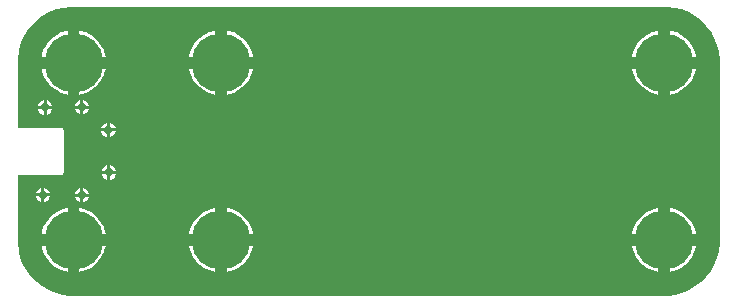
<source format=gbl>
G04*
G04 #@! TF.GenerationSoftware,Altium Limited,Altium Designer,21.4.1 (30)*
G04*
G04 Layer_Physical_Order=2*
G04 Layer_Color=16711680*
%FSLAX25Y25*%
%MOIN*%
G70*
G04*
G04 #@! TF.SameCoordinates,3DD515BA-ABF8-41DF-8C9C-53FC49308A7C*
G04*
G04*
G04 #@! TF.FilePolarity,Positive*
G04*
G01*
G75*
%ADD16R,0.05906X0.05906*%
%ADD19C,0.19685*%
%ADD20C,0.02795*%
G36*
X216535Y97406D02*
X216535D01*
D01*
X217759Y97406D01*
X220185Y97086D01*
X222548Y96453D01*
X224809Y95517D01*
X226928Y94293D01*
X228869Y92804D01*
X230599Y91074D01*
X232088Y89132D01*
X233312Y87013D01*
X234248Y84753D01*
X234881Y82389D01*
X235201Y79963D01*
X235201Y78740D01*
Y19685D01*
Y18462D01*
X234881Y16036D01*
X234248Y13672D01*
X233312Y11412D01*
X232088Y9293D01*
X230599Y7352D01*
X228869Y5621D01*
X226928Y4132D01*
X224809Y2909D01*
X222548Y1972D01*
X220185Y1339D01*
X217759Y1020D01*
X18462D01*
X16036Y1339D01*
X13672Y1972D01*
X11412Y2909D01*
X9293Y4132D01*
X7352Y5621D01*
X5621Y7352D01*
X4132Y9293D01*
X2908Y11412D01*
X1972Y13672D01*
X1339Y16036D01*
X1020Y18462D01*
Y19685D01*
Y41343D01*
X15374D01*
X15764Y41420D01*
X16095Y41641D01*
X16316Y41972D01*
X16394Y42362D01*
Y56063D01*
X16316Y56453D01*
X16095Y56784D01*
X15764Y57005D01*
X15374Y57083D01*
X1020D01*
Y78740D01*
Y79963D01*
X1339Y82389D01*
X1972Y84753D01*
X2908Y87013D01*
X4132Y89132D01*
X5621Y91074D01*
X7352Y92804D01*
X9293Y94293D01*
X11412Y95517D01*
X13672Y96453D01*
X16036Y97086D01*
X18462Y97406D01*
X19685D01*
X216535Y97406D01*
D02*
G37*
%LPC*%
G36*
X70866Y89406D02*
Y80709D01*
X79563D01*
X79473Y81279D01*
X78946Y82902D01*
X78171Y84423D01*
X77168Y85804D01*
X75961Y87010D01*
X74580Y88013D01*
X73060Y88788D01*
X71437Y89316D01*
X70866Y89406D01*
D02*
G37*
G36*
X66929D02*
X66359Y89316D01*
X64736Y88788D01*
X63215Y88013D01*
X61834Y87010D01*
X60627Y85804D01*
X59624Y84423D01*
X58850Y82902D01*
X58322Y81279D01*
X58232Y80709D01*
X66929D01*
Y89406D01*
D02*
G37*
G36*
X218504D02*
Y80709D01*
X227201D01*
X227111Y81279D01*
X226584Y82902D01*
X225809Y84423D01*
X224806Y85804D01*
X223599Y87010D01*
X222218Y88013D01*
X220697Y88788D01*
X219074Y89316D01*
X218504Y89406D01*
D02*
G37*
G36*
X214567D02*
X213997Y89316D01*
X212373Y88788D01*
X210853Y88013D01*
X209472Y87010D01*
X208265Y85804D01*
X207262Y84423D01*
X206487Y82902D01*
X205960Y81279D01*
X205870Y80709D01*
X214567D01*
Y89406D01*
D02*
G37*
G36*
X21654D02*
Y80709D01*
X30351D01*
X30261Y81279D01*
X29733Y82902D01*
X28958Y84423D01*
X27955Y85804D01*
X26748Y87010D01*
X25368Y88013D01*
X23847Y88788D01*
X22224Y89316D01*
X21654Y89406D01*
D02*
G37*
G36*
X17717D02*
X17146Y89316D01*
X15523Y88788D01*
X14002Y88013D01*
X12622Y87010D01*
X11415Y85804D01*
X10412Y84423D01*
X9637Y82902D01*
X9110Y81279D01*
X9019Y80709D01*
X17717D01*
Y89406D01*
D02*
G37*
G36*
X66929Y76772D02*
X58232D01*
X58322Y76201D01*
X58850Y74578D01*
X59624Y73057D01*
X60627Y71677D01*
X61834Y70470D01*
X63215Y69467D01*
X64736Y68692D01*
X66359Y68165D01*
X66929Y68074D01*
Y76772D01*
D02*
G37*
G36*
X227201Y76772D02*
X218504D01*
Y68074D01*
X219074Y68165D01*
X220697Y68692D01*
X222218Y69467D01*
X223599Y70470D01*
X224806Y71677D01*
X225809Y73057D01*
X226584Y74578D01*
X227111Y76201D01*
X227201Y76772D01*
D02*
G37*
G36*
X214567D02*
X205870D01*
X205960Y76201D01*
X206487Y74578D01*
X207262Y73057D01*
X208265Y71677D01*
X209472Y70470D01*
X210853Y69467D01*
X212373Y68692D01*
X213997Y68165D01*
X214567Y68074D01*
Y76772D01*
D02*
G37*
G36*
X30351D02*
X21654D01*
Y68074D01*
X22224Y68165D01*
X23847Y68692D01*
X25368Y69467D01*
X26748Y70470D01*
X27955Y71677D01*
X28958Y73057D01*
X29733Y74578D01*
X30261Y76201D01*
X30351Y76772D01*
D02*
G37*
G36*
X17717D02*
X9019D01*
X9110Y76201D01*
X9637Y74578D01*
X10412Y73057D01*
X11415Y71677D01*
X12622Y70470D01*
X14002Y69467D01*
X15523Y68692D01*
X17146Y68165D01*
X17717Y68074D01*
Y76772D01*
D02*
G37*
G36*
X79563Y76772D02*
X70866D01*
Y68074D01*
X71437Y68165D01*
X73060Y68692D01*
X74580Y69467D01*
X75961Y70470D01*
X77168Y71677D01*
X78171Y73057D01*
X78946Y74578D01*
X79473Y76201D01*
X79563Y76772D01*
D02*
G37*
G36*
X22961Y66286D02*
Y64398D01*
X24849D01*
X24493Y65256D01*
X23819Y65930D01*
X22961Y66286D01*
D02*
G37*
G36*
X21961D02*
X21102Y65930D01*
X20428Y65256D01*
X20073Y64398D01*
X21961D01*
Y66286D01*
D02*
G37*
G36*
X10736Y66168D02*
Y64280D01*
X12624D01*
X12269Y65138D01*
X11594Y65812D01*
X10736Y66168D01*
D02*
G37*
G36*
X9736D02*
X8878Y65812D01*
X8204Y65138D01*
X7848Y64280D01*
X9736D01*
Y66168D01*
D02*
G37*
G36*
X24849Y63398D02*
X22961D01*
Y61510D01*
X23819Y61865D01*
X24493Y62539D01*
X24849Y63398D01*
D02*
G37*
G36*
X21961D02*
X20073D01*
X20428Y62539D01*
X21102Y61865D01*
X21961Y61510D01*
Y63398D01*
D02*
G37*
G36*
X12624Y63279D02*
X10736D01*
Y61391D01*
X11594Y61747D01*
X12269Y62421D01*
X12624Y63279D01*
D02*
G37*
G36*
X9736D02*
X7848D01*
X8204Y62421D01*
X8878Y61747D01*
X9736Y61391D01*
Y63279D01*
D02*
G37*
G36*
X31799Y58687D02*
Y56799D01*
X33687D01*
X33332Y57657D01*
X32657Y58332D01*
X31799Y58687D01*
D02*
G37*
G36*
X30799D02*
X29941Y58332D01*
X29267Y57657D01*
X28911Y56799D01*
X30799D01*
Y58687D01*
D02*
G37*
G36*
X33687Y55799D02*
X31799D01*
Y53911D01*
X32657Y54267D01*
X33332Y54941D01*
X33687Y55799D01*
D02*
G37*
G36*
X30799D02*
X28911D01*
X29267Y54941D01*
X29941Y54267D01*
X30799Y53911D01*
Y55799D01*
D02*
G37*
G36*
X31898Y44514D02*
Y42626D01*
X33786D01*
X33430Y43484D01*
X32756Y44159D01*
X31898Y44514D01*
D02*
G37*
G36*
X30898D02*
X30040Y44159D01*
X29365Y43484D01*
X29010Y42626D01*
X30898D01*
Y44514D01*
D02*
G37*
G36*
X33786Y41626D02*
X31898D01*
Y39738D01*
X32756Y40093D01*
X33430Y40768D01*
X33786Y41626D01*
D02*
G37*
G36*
X30898D02*
X29010D01*
X29365Y40768D01*
X30040Y40093D01*
X30898Y39738D01*
Y41626D01*
D02*
G37*
G36*
X9949Y37034D02*
Y35146D01*
X11837D01*
X11481Y36004D01*
X10807Y36678D01*
X9949Y37034D01*
D02*
G37*
G36*
X8949D02*
X8091Y36678D01*
X7416Y36004D01*
X7061Y35146D01*
X8949D01*
Y37034D01*
D02*
G37*
G36*
X22961Y36916D02*
Y35028D01*
X24849D01*
X24493Y35886D01*
X23819Y36560D01*
X22961Y36916D01*
D02*
G37*
G36*
X21961D02*
X21102Y36560D01*
X20428Y35886D01*
X20073Y35028D01*
X21961D01*
Y36916D01*
D02*
G37*
G36*
X11837Y34146D02*
X9949D01*
Y32258D01*
X10807Y32613D01*
X11481Y33288D01*
X11837Y34146D01*
D02*
G37*
G36*
X8949D02*
X7061D01*
X7416Y33288D01*
X8091Y32613D01*
X8949Y32258D01*
Y34146D01*
D02*
G37*
G36*
X24849Y34028D02*
X22961D01*
Y32140D01*
X23819Y32495D01*
X24493Y33169D01*
X24849Y34028D01*
D02*
G37*
G36*
X21961D02*
X20073D01*
X20428Y33169D01*
X21102Y32495D01*
X21961Y32140D01*
Y34028D01*
D02*
G37*
G36*
X70866Y30351D02*
Y21654D01*
X79563D01*
X79473Y22224D01*
X78946Y23847D01*
X78171Y25368D01*
X77168Y26748D01*
X75961Y27955D01*
X74580Y28958D01*
X73060Y29733D01*
X71437Y30261D01*
X70866Y30351D01*
D02*
G37*
G36*
X66929D02*
X66359Y30261D01*
X64736Y29733D01*
X63215Y28958D01*
X61834Y27955D01*
X60627Y26748D01*
X59624Y25368D01*
X58850Y23847D01*
X58322Y22224D01*
X58232Y21654D01*
X66929D01*
Y30351D01*
D02*
G37*
G36*
X218504D02*
Y21654D01*
X227201D01*
X227111Y22224D01*
X226584Y23847D01*
X225809Y25368D01*
X224806Y26748D01*
X223599Y27955D01*
X222218Y28958D01*
X220697Y29733D01*
X219074Y30261D01*
X218504Y30351D01*
D02*
G37*
G36*
X214567D02*
X213997Y30261D01*
X212373Y29733D01*
X210853Y28958D01*
X209472Y27955D01*
X208265Y26748D01*
X207262Y25368D01*
X206487Y23847D01*
X205960Y22224D01*
X205870Y21654D01*
X214567D01*
Y30351D01*
D02*
G37*
G36*
X21654D02*
Y21654D01*
X30351D01*
X30261Y22224D01*
X29733Y23847D01*
X28958Y25368D01*
X27955Y26748D01*
X26748Y27955D01*
X25368Y28958D01*
X23847Y29733D01*
X22224Y30261D01*
X21654Y30351D01*
D02*
G37*
G36*
X17717D02*
X17146Y30261D01*
X15523Y29733D01*
X14002Y28958D01*
X12622Y27955D01*
X11415Y26748D01*
X10412Y25368D01*
X9637Y23847D01*
X9110Y22224D01*
X9019Y21654D01*
X17717D01*
Y30351D01*
D02*
G37*
G36*
X66929Y17717D02*
X58232D01*
X58322Y17146D01*
X58850Y15523D01*
X59624Y14002D01*
X60627Y12622D01*
X61834Y11415D01*
X63215Y10412D01*
X64736Y9637D01*
X66359Y9110D01*
X66929Y9019D01*
Y17717D01*
D02*
G37*
G36*
X227201Y17717D02*
X218504D01*
Y9019D01*
X219074Y9110D01*
X220697Y9637D01*
X222218Y10412D01*
X223599Y11415D01*
X224806Y12622D01*
X225809Y14002D01*
X226584Y15523D01*
X227111Y17146D01*
X227201Y17717D01*
D02*
G37*
G36*
X214567D02*
X205870D01*
X205960Y17146D01*
X206487Y15523D01*
X207262Y14002D01*
X208265Y12622D01*
X209472Y11415D01*
X210853Y10412D01*
X212373Y9637D01*
X213997Y9110D01*
X214567Y9019D01*
Y17717D01*
D02*
G37*
G36*
X30351D02*
X21654D01*
Y9019D01*
X22224Y9110D01*
X23847Y9637D01*
X25368Y10412D01*
X26748Y11415D01*
X27955Y12622D01*
X28958Y14002D01*
X29733Y15523D01*
X30261Y17146D01*
X30351Y17717D01*
D02*
G37*
G36*
X17717D02*
X9019D01*
X9110Y17146D01*
X9637Y15523D01*
X10412Y14002D01*
X11415Y12622D01*
X12622Y11415D01*
X14002Y10412D01*
X15523Y9637D01*
X17146Y9110D01*
X17717Y9019D01*
Y17717D01*
D02*
G37*
G36*
X79563Y17717D02*
X70866D01*
Y9019D01*
X71437Y9110D01*
X73060Y9637D01*
X74580Y10412D01*
X75961Y11415D01*
X77168Y12622D01*
X78171Y14002D01*
X78946Y15523D01*
X79473Y17146D01*
X79563Y17717D01*
D02*
G37*
%LPD*%
D16*
X87008Y49409D02*
D03*
D19*
X68898Y78740D02*
D03*
Y19685D02*
D03*
X19685D02*
D03*
X216535D02*
D03*
Y78740D02*
D03*
X19685D02*
D03*
D20*
X31398Y42126D02*
D03*
X31299Y56299D02*
D03*
X9449Y34646D02*
D03*
X22461Y34528D02*
D03*
X10236Y63779D02*
D03*
X22461Y63898D02*
D03*
M02*

</source>
